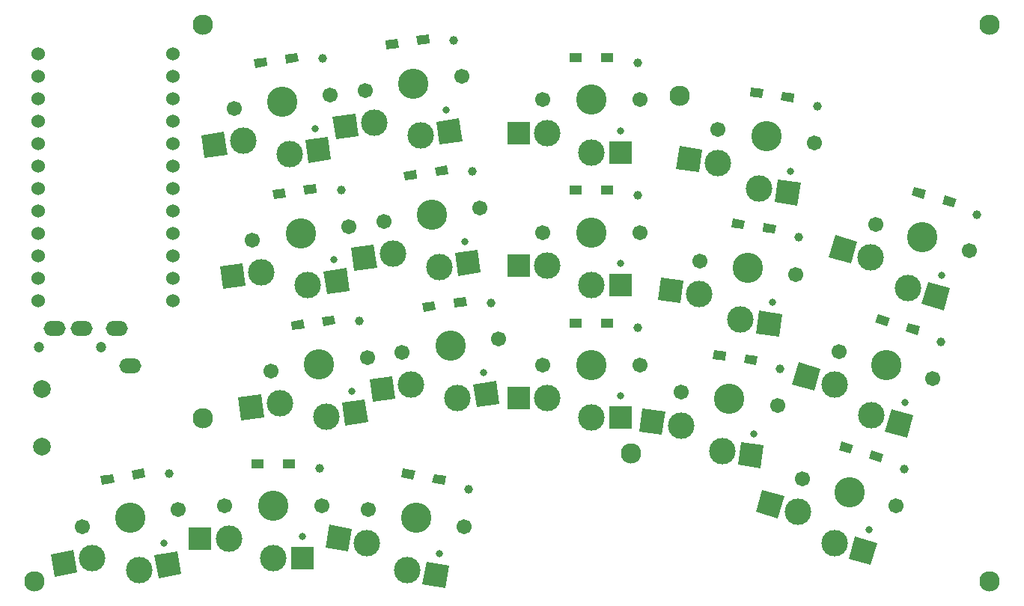
<source format=gbr>
G04 #@! TF.GenerationSoftware,KiCad,Pcbnew,(5.1.9)-1*
G04 #@! TF.CreationDate,2021-03-07T06:52:57-05:00*
G04 #@! TF.ProjectId,ya36,79613336-2e6b-4696-9361-645f70636258,rev?*
G04 #@! TF.SameCoordinates,Original*
G04 #@! TF.FileFunction,Soldermask,Bot*
G04 #@! TF.FilePolarity,Negative*
%FSLAX46Y46*%
G04 Gerber Fmt 4.6, Leading zero omitted, Abs format (unit mm)*
G04 Created by KiCad (PCBNEW (5.1.9)-1) date 2021-03-07 06:52:57*
%MOMM*%
%LPD*%
G01*
G04 APERTURE LIST*
%ADD10C,0.990600*%
%ADD11C,0.100000*%
%ADD12C,3.000000*%
%ADD13C,3.429000*%
%ADD14C,1.701800*%
%ADD15C,0.800000*%
%ADD16R,2.600000X2.600000*%
%ADD17C,1.524000*%
%ADD18C,2.300000*%
%ADD19R,1.400000X1.000000*%
%ADD20C,2.000000*%
%ADD21O,2.500000X1.700000*%
%ADD22C,1.200000*%
G04 APERTURE END LIST*
D10*
X253346564Y-102320453D03*
D11*
G36*
X236575051Y-107134069D02*
G01*
X237291708Y-104634788D01*
X239790989Y-105351445D01*
X239074332Y-107850726D01*
X236575051Y-107134069D01*
G37*
D12*
X245531059Y-110638432D03*
D13*
X247171101Y-104918925D03*
D12*
X241331152Y-107145470D03*
D11*
G36*
X247071222Y-112432456D02*
G01*
X247787879Y-109933175D01*
X250287160Y-110649832D01*
X249570503Y-113149113D01*
X247071222Y-112432456D01*
G37*
D14*
X252458040Y-106434930D03*
X241884162Y-103402920D03*
D15*
X249354502Y-109186053D03*
D11*
G36*
X255853961Y-70738139D02*
G01*
X255578324Y-71699401D01*
X254232557Y-71313509D01*
X254508194Y-70352247D01*
X255853961Y-70738139D01*
G37*
G36*
X259266441Y-71716651D02*
G01*
X258990804Y-72677913D01*
X257645037Y-72292021D01*
X257920674Y-71330759D01*
X259266441Y-71716651D01*
G37*
G36*
X237427428Y-59297460D02*
G01*
X237288255Y-60287728D01*
X235901880Y-60092886D01*
X236041053Y-59102618D01*
X237427428Y-59297460D01*
G37*
G36*
X240942880Y-59791524D02*
G01*
X240803707Y-60781792D01*
X239417332Y-60586950D01*
X239556505Y-59596682D01*
X240942880Y-59791524D01*
G37*
G36*
X251719400Y-85157064D02*
G01*
X251443763Y-86118326D01*
X250097996Y-85732434D01*
X250373633Y-84771172D01*
X251719400Y-85157064D01*
G37*
G36*
X255131880Y-86135576D02*
G01*
X254856243Y-87096838D01*
X253510476Y-86710946D01*
X253786113Y-85749684D01*
X255131880Y-86135576D01*
G37*
D10*
X189672246Y-70701987D03*
D11*
G36*
X176308582Y-81921033D02*
G01*
X175946731Y-79346336D01*
X178521428Y-78984485D01*
X178883279Y-81559182D01*
X176308582Y-81921033D01*
G37*
D12*
X185915654Y-81479691D03*
D13*
X185087574Y-75587596D03*
D12*
X180658133Y-79996967D03*
D11*
G36*
X188052359Y-82492173D02*
G01*
X187690508Y-79917476D01*
X190265205Y-79555625D01*
X190627056Y-82130322D01*
X188052359Y-82492173D01*
G37*
D14*
X190534048Y-74822144D03*
X179641100Y-76353048D03*
D15*
X188817808Y-78597742D03*
D10*
X243515034Y-61213337D03*
D11*
G36*
X227576667Y-68314250D02*
G01*
X227938518Y-65739553D01*
X230513215Y-66101404D01*
X230151364Y-68676101D01*
X227576667Y-68314250D01*
G37*
D12*
X236933228Y-70538074D03*
D13*
X237761308Y-64645979D03*
D12*
X232288069Y-67663619D03*
D11*
G36*
X238708082Y-72100289D02*
G01*
X239069933Y-69525592D01*
X241644630Y-69887443D01*
X241282779Y-72462140D01*
X238708082Y-72100289D01*
G37*
D14*
X243207782Y-65411431D03*
X232314834Y-63880527D03*
D15*
X240517330Y-68567709D03*
D11*
G36*
X235339832Y-74151480D02*
G01*
X235200659Y-75141748D01*
X233814284Y-74946906D01*
X233953457Y-73956638D01*
X235339832Y-74151480D01*
G37*
G36*
X238855284Y-74645544D02*
G01*
X238716111Y-75635812D01*
X237329736Y-75440970D01*
X237468909Y-74450702D01*
X238855284Y-74645544D01*
G37*
D10*
X170222955Y-102786093D03*
D11*
G36*
X157258971Y-114464690D02*
G01*
X156807485Y-111904190D01*
X159367985Y-111452704D01*
X159819471Y-114013204D01*
X157258971Y-114464690D01*
G37*
D12*
X166844788Y-113688335D03*
D13*
X165811581Y-107828729D03*
D12*
X161538723Y-112389999D03*
D11*
G36*
X169015526Y-114625630D02*
G01*
X168564040Y-112065130D01*
X171124540Y-111613644D01*
X171576026Y-114174144D01*
X169015526Y-114625630D01*
G37*
D14*
X171228024Y-106873664D03*
X160395138Y-108783794D03*
D15*
X169644595Y-110706858D03*
D11*
G36*
X198146397Y-68450704D02*
G01*
X198285570Y-69440972D01*
X196899195Y-69635814D01*
X196760022Y-68645546D01*
X198146397Y-68450704D01*
G37*
G36*
X201661849Y-67956640D02*
G01*
X201801022Y-68946908D01*
X200414647Y-69141750D01*
X200275474Y-68151482D01*
X201661849Y-67956640D01*
G37*
D10*
X223220000Y-71300000D03*
D16*
X209725000Y-79250000D03*
D12*
X218000000Y-81450000D03*
D13*
X218000000Y-75500000D03*
D12*
X213000000Y-79250000D03*
D16*
X221275000Y-81450000D03*
D14*
X223500000Y-75500000D03*
X212500000Y-75500000D03*
D15*
X221275000Y-79000000D03*
D10*
X257481124Y-87901527D03*
D11*
G36*
X240709611Y-92715143D02*
G01*
X241426268Y-90215862D01*
X243925549Y-90932519D01*
X243208892Y-93431800D01*
X240709611Y-92715143D01*
G37*
D12*
X249665619Y-96219506D03*
D13*
X251305661Y-90499999D03*
D12*
X245465712Y-92726544D03*
D11*
G36*
X251205782Y-98013530D02*
G01*
X251922439Y-95514249D01*
X254421720Y-96230906D01*
X253705063Y-98730187D01*
X251205782Y-98013530D01*
G37*
D14*
X256592600Y-92016004D03*
X246018722Y-88983994D03*
D15*
X253489062Y-94767127D03*
D10*
X187584650Y-55847967D03*
D11*
G36*
X174220986Y-67067013D02*
G01*
X173859135Y-64492316D01*
X176433832Y-64130465D01*
X176795683Y-66705162D01*
X174220986Y-67067013D01*
G37*
D12*
X183828058Y-66625671D03*
D13*
X182999978Y-60733576D03*
D12*
X178570537Y-65142947D03*
D11*
G36*
X185964763Y-67638153D02*
G01*
X185602912Y-65063456D01*
X188177609Y-64701605D01*
X188539460Y-67276302D01*
X185964763Y-67638153D01*
G37*
D14*
X188446452Y-59968124D03*
X177553504Y-61499028D03*
D15*
X186730212Y-63743722D03*
D10*
X239339841Y-90921379D03*
D11*
G36*
X223401474Y-98022292D02*
G01*
X223763325Y-95447595D01*
X226338022Y-95809446D01*
X225976171Y-98384143D01*
X223401474Y-98022292D01*
G37*
D12*
X232758035Y-100246116D03*
D13*
X233586115Y-94354021D03*
D12*
X228112876Y-97371661D03*
D11*
G36*
X234532889Y-101808331D02*
G01*
X234894740Y-99233634D01*
X237469437Y-99595485D01*
X237107586Y-102170182D01*
X234532889Y-101808331D01*
G37*
D14*
X239032589Y-95119473D03*
X228139641Y-93588569D03*
D15*
X236342137Y-98275751D03*
D10*
X241427438Y-76067357D03*
D11*
G36*
X225489071Y-83168270D02*
G01*
X225850922Y-80593573D01*
X228425619Y-80955424D01*
X228063768Y-83530121D01*
X225489071Y-83168270D01*
G37*
D12*
X234845632Y-85392094D03*
D13*
X235673712Y-79499999D03*
D12*
X230200473Y-82517639D03*
D11*
G36*
X236620486Y-86954309D02*
G01*
X236982337Y-84379612D01*
X239557034Y-84741463D01*
X239195183Y-87316160D01*
X236620486Y-86954309D01*
G37*
D14*
X241120186Y-80265451D03*
X230227238Y-78734547D03*
D15*
X238429734Y-83421729D03*
D10*
X261615685Y-73482602D03*
D11*
G36*
X244844172Y-78296218D02*
G01*
X245560829Y-75796937D01*
X248060110Y-76513594D01*
X247343453Y-79012875D01*
X244844172Y-78296218D01*
G37*
D12*
X253800180Y-81800581D03*
D13*
X255440222Y-76081074D03*
D12*
X249600273Y-78307619D03*
D11*
G36*
X255340343Y-83594605D02*
G01*
X256057000Y-81095324D01*
X258556281Y-81811981D01*
X257839624Y-84311262D01*
X255340343Y-83594605D01*
G37*
D14*
X260727161Y-77597079D03*
X250153283Y-74565069D03*
D15*
X257623623Y-80348202D03*
D10*
X202438671Y-53760370D03*
D11*
G36*
X189075007Y-64979416D02*
G01*
X188713156Y-62404719D01*
X191287853Y-62042868D01*
X191649704Y-64617565D01*
X189075007Y-64979416D01*
G37*
D12*
X198682079Y-64538074D03*
D13*
X197853999Y-58645979D03*
D12*
X193424558Y-63055350D03*
D11*
G36*
X200818784Y-65550556D02*
G01*
X200456933Y-62975859D01*
X203031630Y-62614008D01*
X203393481Y-65188705D01*
X200818784Y-65550556D01*
G37*
D14*
X203300473Y-57880527D03*
X192407525Y-59411431D03*
D15*
X201584233Y-61656125D03*
D10*
X204526267Y-68614392D03*
D11*
G36*
X191162603Y-79833438D02*
G01*
X190800752Y-77258741D01*
X193375449Y-76896890D01*
X193737300Y-79471587D01*
X191162603Y-79833438D01*
G37*
D12*
X200769675Y-79392096D03*
D13*
X199941595Y-73500001D03*
D12*
X195512154Y-77909372D03*
D11*
G36*
X202906380Y-80404578D02*
G01*
X202544529Y-77829881D01*
X205119226Y-77468030D01*
X205481077Y-80042727D01*
X202906380Y-80404578D01*
G37*
D14*
X205388069Y-72734549D03*
X194495121Y-74265453D03*
D15*
X203671829Y-76510147D03*
D10*
X206613864Y-83468412D03*
D11*
G36*
X193250200Y-94687458D02*
G01*
X192888349Y-92112761D01*
X195463046Y-91750910D01*
X195824897Y-94325607D01*
X193250200Y-94687458D01*
G37*
D12*
X202857272Y-94246116D03*
D13*
X202029192Y-88354021D03*
D12*
X197599751Y-92763392D03*
D11*
G36*
X204993977Y-95258598D02*
G01*
X204632126Y-92683901D01*
X207206823Y-92322050D01*
X207568674Y-94896747D01*
X204993977Y-95258598D01*
G37*
D14*
X207475666Y-87588569D03*
X196582718Y-89119473D03*
D15*
X205759426Y-91364167D03*
D11*
G36*
X196058801Y-53596682D02*
G01*
X196197974Y-54586950D01*
X194811599Y-54781792D01*
X194672426Y-53791524D01*
X196058801Y-53596682D01*
G37*
G36*
X199574253Y-53102618D02*
G01*
X199713426Y-54092886D01*
X198327051Y-54287728D01*
X198187878Y-53297460D01*
X199574253Y-53102618D01*
G37*
D10*
X204058439Y-104598980D03*
D11*
G36*
X187881962Y-111139326D02*
G01*
X188333448Y-108578826D01*
X190893948Y-109030312D01*
X190442462Y-111590812D01*
X187881962Y-111139326D01*
G37*
D12*
X197155213Y-113688335D03*
D13*
X198188420Y-107828729D03*
D12*
X192613201Y-110653517D03*
D11*
G36*
X198874466Y-115311540D02*
G01*
X199325952Y-112751040D01*
X201886452Y-113202526D01*
X201434966Y-115763026D01*
X198874466Y-115311540D01*
G37*
D14*
X203604863Y-108783794D03*
X192771977Y-106873664D03*
D15*
X200805897Y-111844254D03*
D10*
X191759843Y-85556008D03*
D11*
G36*
X178396179Y-96775054D02*
G01*
X178034328Y-94200357D01*
X180609025Y-93838506D01*
X180970876Y-96413203D01*
X178396179Y-96775054D01*
G37*
D12*
X188003251Y-96333712D03*
D13*
X187175171Y-90441617D03*
D12*
X182745730Y-94850988D03*
D11*
G36*
X190139956Y-97346194D02*
G01*
X189778105Y-94771497D01*
X192352802Y-94409646D01*
X192714653Y-96984343D01*
X190139956Y-97346194D01*
G37*
D14*
X192621645Y-89676165D03*
X181728697Y-91207069D03*
D15*
X190905405Y-93451763D03*
D10*
X223220000Y-86300000D03*
D16*
X209725000Y-94250000D03*
D12*
X218000000Y-96450000D03*
D13*
X218000000Y-90500000D03*
D12*
X213000000Y-94250000D03*
D16*
X221275000Y-96450000D03*
D14*
X223500000Y-90500000D03*
X212500000Y-90500000D03*
D15*
X221275000Y-94000000D03*
D11*
G36*
X198041404Y-102471816D02*
G01*
X197867755Y-103456624D01*
X196489024Y-103213516D01*
X196662673Y-102228708D01*
X198041404Y-102471816D01*
G37*
G36*
X201537472Y-103088268D02*
G01*
X201363823Y-104073076D01*
X199985092Y-103829968D01*
X200158741Y-102845160D01*
X201537472Y-103088268D01*
G37*
G36*
X163841259Y-102845160D02*
G01*
X164014908Y-103829968D01*
X162636177Y-104073076D01*
X162462528Y-103088268D01*
X163841259Y-102845160D01*
G37*
G36*
X167337327Y-102228708D02*
G01*
X167510976Y-103213516D01*
X166132245Y-103456624D01*
X165958596Y-102471816D01*
X167337327Y-102228708D01*
G37*
D17*
X155391400Y-55272000D03*
X155391400Y-57812000D03*
X155391400Y-60352000D03*
X155391400Y-62892000D03*
X155391400Y-65432000D03*
X155391400Y-67972000D03*
X155391400Y-70512000D03*
X155391400Y-73052000D03*
X155391400Y-75592000D03*
X155391400Y-78132000D03*
X155391400Y-80672000D03*
X155391400Y-83212000D03*
X170611400Y-83212000D03*
X170611400Y-80672000D03*
X170611400Y-78132000D03*
X170611400Y-75592000D03*
X170611400Y-73052000D03*
X170611400Y-70512000D03*
X170611400Y-67972000D03*
X170611400Y-65432000D03*
X170611400Y-62892000D03*
X170611400Y-60352000D03*
X170611400Y-57812000D03*
X170611400Y-55272000D03*
D18*
X263000000Y-115000000D03*
D19*
X216225000Y-70750000D03*
X219775000Y-70750000D03*
D18*
X228000000Y-60000000D03*
D20*
X155850000Y-93250000D03*
X155850000Y-99750000D03*
D18*
X222500000Y-100500000D03*
D19*
X180225000Y-101662426D03*
X183775000Y-101662426D03*
D11*
G36*
X233252235Y-89005502D02*
G01*
X233113062Y-89995770D01*
X231726687Y-89800928D01*
X231865860Y-88810660D01*
X233252235Y-89005502D01*
G37*
G36*
X236767687Y-89499566D02*
G01*
X236628514Y-90489834D01*
X235242139Y-90294992D01*
X235381312Y-89304724D01*
X236767687Y-89499566D01*
G37*
D19*
X216225000Y-55750000D03*
X219775000Y-55750000D03*
D10*
X187220000Y-102212426D03*
D16*
X173725000Y-110162426D03*
D12*
X182000000Y-112362426D03*
D13*
X182000000Y-106412426D03*
D12*
X177000000Y-110162426D03*
D16*
X185275000Y-112362426D03*
D14*
X187500000Y-106412426D03*
X176500000Y-106412426D03*
D15*
X185275000Y-109912426D03*
D11*
G36*
X181204780Y-55684279D02*
G01*
X181343953Y-56674547D01*
X179957578Y-56869389D01*
X179818405Y-55879121D01*
X181204780Y-55684279D01*
G37*
G36*
X184720232Y-55190215D02*
G01*
X184859405Y-56180483D01*
X183473030Y-56375325D01*
X183333857Y-55385057D01*
X184720232Y-55190215D01*
G37*
D18*
X174000000Y-52000000D03*
D11*
G36*
X185379973Y-85392320D02*
G01*
X185519146Y-86382588D01*
X184132771Y-86577430D01*
X183993598Y-85587162D01*
X185379973Y-85392320D01*
G37*
G36*
X188895425Y-84898256D02*
G01*
X189034598Y-85888524D01*
X187648223Y-86083366D01*
X187509050Y-85093098D01*
X188895425Y-84898256D01*
G37*
D18*
X263000000Y-52000000D03*
D11*
G36*
X200233994Y-83304724D02*
G01*
X200373167Y-84294992D01*
X198986792Y-84489834D01*
X198847619Y-83499566D01*
X200233994Y-83304724D01*
G37*
G36*
X203749446Y-82810660D02*
G01*
X203888619Y-83800928D01*
X202502244Y-83995770D01*
X202363071Y-83005502D01*
X203749446Y-82810660D01*
G37*
D19*
X216225000Y-85750000D03*
X219775000Y-85750000D03*
D18*
X155000000Y-115000000D03*
X174000000Y-96500000D03*
D21*
X165800000Y-90600000D03*
X164300000Y-86400000D03*
X160300000Y-86400000D03*
X157300000Y-86400000D03*
D22*
X162500000Y-88500000D03*
X155500000Y-88500000D03*
D11*
G36*
X247584840Y-99575990D02*
G01*
X247309203Y-100537252D01*
X245963436Y-100151360D01*
X246239073Y-99190098D01*
X247584840Y-99575990D01*
G37*
G36*
X250997320Y-100554502D02*
G01*
X250721683Y-101515764D01*
X249375916Y-101129872D01*
X249651553Y-100168610D01*
X250997320Y-100554502D01*
G37*
G36*
X183292376Y-70538299D02*
G01*
X183431549Y-71528567D01*
X182045174Y-71723409D01*
X181906001Y-70733141D01*
X183292376Y-70538299D01*
G37*
G36*
X186807828Y-70044235D02*
G01*
X186947001Y-71034503D01*
X185560626Y-71229345D01*
X185421453Y-70239077D01*
X186807828Y-70044235D01*
G37*
D10*
X223220000Y-56300000D03*
D16*
X209725000Y-64250000D03*
D12*
X218000000Y-66450000D03*
D13*
X218000000Y-60500000D03*
D12*
X213000000Y-64250000D03*
D16*
X221275000Y-66450000D03*
D14*
X223500000Y-60500000D03*
X212500000Y-60500000D03*
D15*
X221275000Y-64000000D03*
M02*

</source>
